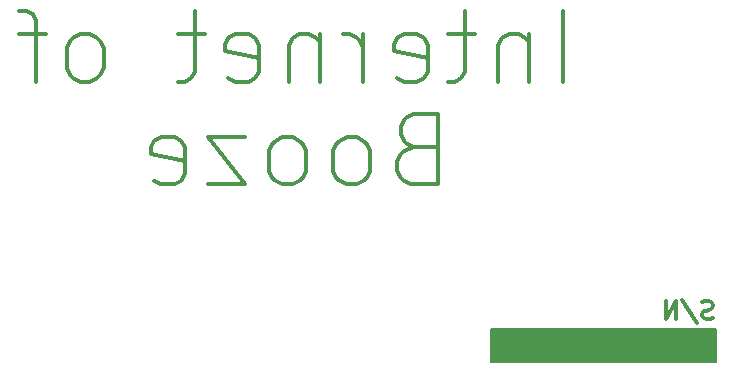
<source format=gbr>
G04 #@! TF.FileFunction,Legend,Bot*
%FSLAX46Y46*%
G04 Gerber Fmt 4.6, Leading zero omitted, Abs format (unit mm)*
G04 Created by KiCad (PCBNEW (2015-05-11 BZR 5650)-product) date Mon 11 May 2015 08:58:08 PM *
%MOMM*%
G01*
G04 APERTURE LIST*
%ADD10C,0.100000*%
%ADD11C,0.300000*%
%ADD12C,0.500000*%
%ADD13C,0.200000*%
%ADD14R,1.998980X1.524000*%
%ADD15O,1.998980X1.524000*%
%ADD16R,2.199640X1.524000*%
%ADD17O,2.199640X1.524000*%
%ADD18C,3.500120*%
%ADD19O,1.998980X4.000500*%
%ADD20O,4.000500X1.998980*%
%ADD21O,4.500880X1.998980*%
%ADD22R,2.999740X2.999740*%
%ADD23C,2.999740*%
%ADD24R,1.524000X1.998980*%
%ADD25O,1.524000X1.998980*%
G04 APERTURE END LIST*
D10*
D11*
X182848000Y-130147143D02*
X182633714Y-130218571D01*
X182276571Y-130218571D01*
X182133714Y-130147143D01*
X182062285Y-130075714D01*
X181990857Y-129932857D01*
X181990857Y-129790000D01*
X182062285Y-129647143D01*
X182133714Y-129575714D01*
X182276571Y-129504286D01*
X182562285Y-129432857D01*
X182705143Y-129361429D01*
X182776571Y-129290000D01*
X182848000Y-129147143D01*
X182848000Y-129004286D01*
X182776571Y-128861429D01*
X182705143Y-128790000D01*
X182562285Y-128718571D01*
X182205143Y-128718571D01*
X181990857Y-128790000D01*
X180276572Y-128647143D02*
X181562286Y-130575714D01*
X179776571Y-130218571D02*
X179776571Y-128718571D01*
X178919428Y-130218571D01*
X178919428Y-128718571D01*
D12*
X164338000Y-131318000D02*
X182880000Y-131318000D01*
X182880000Y-131572000D02*
X164338000Y-131572000D01*
X164338000Y-131826000D02*
X182880000Y-131826000D01*
X182880000Y-132080000D02*
X164338000Y-132080000D01*
X164338000Y-132334000D02*
X182880000Y-132334000D01*
X182880000Y-132588000D02*
X164338000Y-132588000D01*
X164338000Y-132842000D02*
X182880000Y-132842000D01*
X182880000Y-133096000D02*
X164338000Y-133096000D01*
X164338000Y-133350000D02*
X182880000Y-133350000D01*
X182880000Y-133604000D02*
X164338000Y-133604000D01*
D13*
X164084000Y-133858000D02*
X183134000Y-133858000D01*
X164084000Y-133604000D02*
X164084000Y-133858000D01*
X164084000Y-133350000D02*
X164084000Y-133604000D01*
X164084000Y-131064000D02*
X164084000Y-133350000D01*
X183134000Y-131064000D02*
X164084000Y-131064000D01*
X183134000Y-133858000D02*
X183134000Y-131064000D01*
D11*
X170145428Y-110124286D02*
X170145428Y-104124286D01*
X167288285Y-106124286D02*
X167288285Y-110124286D01*
X167288285Y-106695714D02*
X167002570Y-106410000D01*
X166431142Y-106124286D01*
X165573999Y-106124286D01*
X165002570Y-106410000D01*
X164716856Y-106981429D01*
X164716856Y-110124286D01*
X162716856Y-106124286D02*
X160431142Y-106124286D01*
X161859714Y-104124286D02*
X161859714Y-109267143D01*
X161573999Y-109838571D01*
X161002571Y-110124286D01*
X160431142Y-110124286D01*
X156145428Y-109838571D02*
X156716857Y-110124286D01*
X157859714Y-110124286D01*
X158431143Y-109838571D01*
X158716857Y-109267143D01*
X158716857Y-106981429D01*
X158431143Y-106410000D01*
X157859714Y-106124286D01*
X156716857Y-106124286D01*
X156145428Y-106410000D01*
X155859714Y-106981429D01*
X155859714Y-107552857D01*
X158716857Y-108124286D01*
X153288286Y-110124286D02*
X153288286Y-106124286D01*
X153288286Y-107267143D02*
X153002571Y-106695714D01*
X152716857Y-106410000D01*
X152145428Y-106124286D01*
X151574000Y-106124286D01*
X149574000Y-106124286D02*
X149574000Y-110124286D01*
X149574000Y-106695714D02*
X149288285Y-106410000D01*
X148716857Y-106124286D01*
X147859714Y-106124286D01*
X147288285Y-106410000D01*
X147002571Y-106981429D01*
X147002571Y-110124286D01*
X141859714Y-109838571D02*
X142431143Y-110124286D01*
X143574000Y-110124286D01*
X144145429Y-109838571D01*
X144431143Y-109267143D01*
X144431143Y-106981429D01*
X144145429Y-106410000D01*
X143574000Y-106124286D01*
X142431143Y-106124286D01*
X141859714Y-106410000D01*
X141574000Y-106981429D01*
X141574000Y-107552857D01*
X144431143Y-108124286D01*
X139859714Y-106124286D02*
X137574000Y-106124286D01*
X139002572Y-104124286D02*
X139002572Y-109267143D01*
X138716857Y-109838571D01*
X138145429Y-110124286D01*
X137574000Y-110124286D01*
X130145429Y-110124286D02*
X130716857Y-109838571D01*
X131002572Y-109552857D01*
X131288286Y-108981429D01*
X131288286Y-107267143D01*
X131002572Y-106695714D01*
X130716857Y-106410000D01*
X130145429Y-106124286D01*
X129288286Y-106124286D01*
X128716857Y-106410000D01*
X128431143Y-106695714D01*
X128145429Y-107267143D01*
X128145429Y-108981429D01*
X128431143Y-109552857D01*
X128716857Y-109838571D01*
X129288286Y-110124286D01*
X130145429Y-110124286D01*
X126431143Y-106124286D02*
X124145429Y-106124286D01*
X125574001Y-110124286D02*
X125574001Y-104981429D01*
X125288286Y-104410000D01*
X124716858Y-104124286D01*
X124145429Y-104124286D01*
X157574000Y-115681429D02*
X156716857Y-115967143D01*
X156431142Y-116252857D01*
X156145428Y-116824286D01*
X156145428Y-117681429D01*
X156431142Y-118252857D01*
X156716857Y-118538571D01*
X157288285Y-118824286D01*
X159574000Y-118824286D01*
X159574000Y-112824286D01*
X157574000Y-112824286D01*
X157002571Y-113110000D01*
X156716857Y-113395714D01*
X156431142Y-113967143D01*
X156431142Y-114538571D01*
X156716857Y-115110000D01*
X157002571Y-115395714D01*
X157574000Y-115681429D01*
X159574000Y-115681429D01*
X152716857Y-118824286D02*
X153288285Y-118538571D01*
X153574000Y-118252857D01*
X153859714Y-117681429D01*
X153859714Y-115967143D01*
X153574000Y-115395714D01*
X153288285Y-115110000D01*
X152716857Y-114824286D01*
X151859714Y-114824286D01*
X151288285Y-115110000D01*
X151002571Y-115395714D01*
X150716857Y-115967143D01*
X150716857Y-117681429D01*
X151002571Y-118252857D01*
X151288285Y-118538571D01*
X151859714Y-118824286D01*
X152716857Y-118824286D01*
X147288286Y-118824286D02*
X147859714Y-118538571D01*
X148145429Y-118252857D01*
X148431143Y-117681429D01*
X148431143Y-115967143D01*
X148145429Y-115395714D01*
X147859714Y-115110000D01*
X147288286Y-114824286D01*
X146431143Y-114824286D01*
X145859714Y-115110000D01*
X145574000Y-115395714D01*
X145288286Y-115967143D01*
X145288286Y-117681429D01*
X145574000Y-118252857D01*
X145859714Y-118538571D01*
X146431143Y-118824286D01*
X147288286Y-118824286D01*
X143288286Y-114824286D02*
X140145429Y-114824286D01*
X143288286Y-118824286D01*
X140145429Y-118824286D01*
X135574000Y-118538571D02*
X136145429Y-118824286D01*
X137288286Y-118824286D01*
X137859715Y-118538571D01*
X138145429Y-117967143D01*
X138145429Y-115681429D01*
X137859715Y-115110000D01*
X137288286Y-114824286D01*
X136145429Y-114824286D01*
X135574000Y-115110000D01*
X135288286Y-115681429D01*
X135288286Y-116252857D01*
X138145429Y-116824286D01*
%LPC*%
D14*
X78491080Y-114681000D03*
D15*
X81528920Y-114681000D03*
X78491080Y-117221000D03*
X81528920Y-117221000D03*
X78491080Y-119761000D03*
X81528920Y-119761000D03*
X78491080Y-122301000D03*
X81528920Y-122301000D03*
X78491080Y-124841000D03*
X81528920Y-124841000D03*
X78491080Y-127381000D03*
X81528920Y-127381000D03*
X78491080Y-129921000D03*
X81528920Y-129921000D03*
X78491080Y-132461000D03*
X81528920Y-132461000D03*
D16*
X112014000Y-101346000D03*
D17*
X112014000Y-98806000D03*
X112014000Y-96266000D03*
D18*
X97701100Y-130175000D03*
X119468900Y-130175000D03*
D19*
X94518480Y-124388880D03*
D20*
X89217500Y-127640080D03*
D21*
X89217500Y-121638060D03*
D22*
X69151500Y-90487500D03*
D23*
X69151500Y-105727500D03*
X69151500Y-110807500D03*
X69151500Y-115887500D03*
X69151500Y-120967500D03*
X69151500Y-126047500D03*
X69151500Y-131127500D03*
X69151500Y-100647500D03*
X69151500Y-95567500D03*
D16*
X114554000Y-101346000D03*
D17*
X114554000Y-98806000D03*
X114554000Y-96266000D03*
D24*
X95504000Y-90175080D03*
D25*
X95504000Y-93212920D03*
X92964000Y-90175080D03*
X92964000Y-93212920D03*
X90424000Y-90175080D03*
X90424000Y-93212920D03*
X87884000Y-90175080D03*
X87884000Y-93212920D03*
X85344000Y-90175080D03*
X85344000Y-93212920D03*
D24*
X100584000Y-93212920D03*
D25*
X100584000Y-90175080D03*
X103124000Y-93212920D03*
X103124000Y-90175080D03*
D14*
X114802920Y-114046000D03*
D15*
X111765080Y-114046000D03*
X114802920Y-111506000D03*
X111765080Y-111506000D03*
X114802920Y-108966000D03*
X111765080Y-108966000D03*
X114802920Y-106426000D03*
X111765080Y-106426000D03*
M02*

</source>
